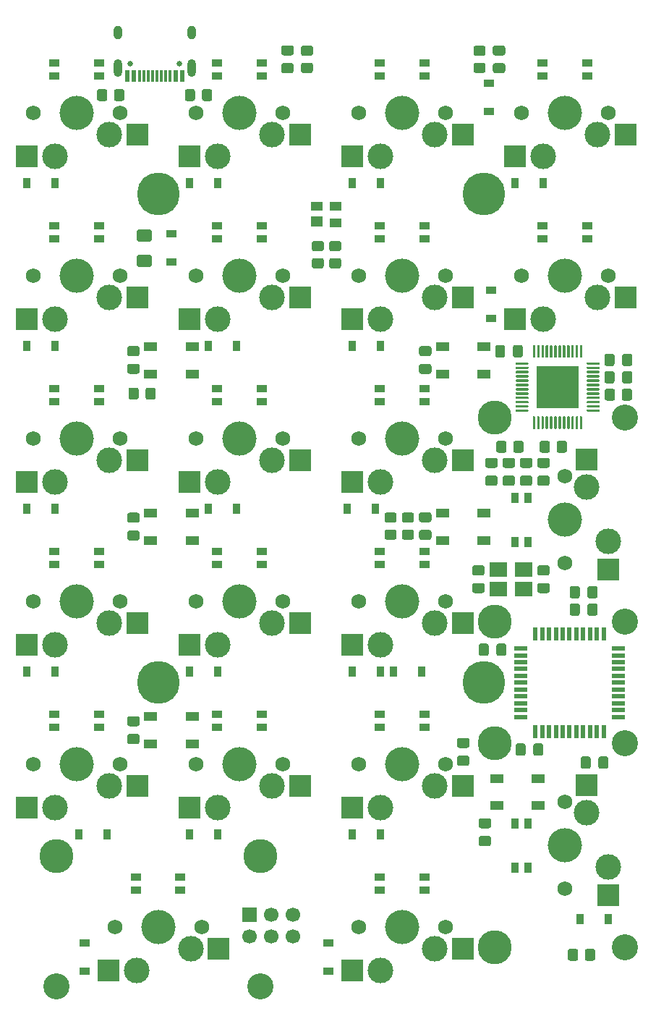
<source format=gbs>
G04 #@! TF.GenerationSoftware,KiCad,Pcbnew,(5.1.10)-1*
G04 #@! TF.CreationDate,2021-06-25T21:48:55+02:00*
G04 #@! TF.ProjectId,tfk21-avr,74666b32-312d-4617-9672-2e6b69636164,A*
G04 #@! TF.SameCoordinates,Original*
G04 #@! TF.FileFunction,Soldermask,Bot*
G04 #@! TF.FilePolarity,Negative*
%FSLAX46Y46*%
G04 Gerber Fmt 4.6, Leading zero omitted, Abs format (unit mm)*
G04 Created by KiCad (PCBNEW (5.1.10)-1) date 2021-06-25 21:48:55*
%MOMM*%
%LPD*%
G01*
G04 APERTURE LIST*
%ADD10R,0.600000X1.450000*%
%ADD11R,0.300000X1.450000*%
%ADD12O,1.000000X2.100000*%
%ADD13C,0.650000*%
%ADD14O,1.000000X1.600000*%
%ADD15R,2.500000X2.550000*%
%ADD16C,1.750000*%
%ADD17C,4.000000*%
%ADD18C,3.000000*%
%ADD19R,2.550000X2.500000*%
%ADD20R,1.190000X0.900000*%
%ADD21R,0.900000X1.190000*%
%ADD22C,3.987800*%
%ADD23C,3.048000*%
%ADD24C,5.000000*%
%ADD25R,1.500000X1.000000*%
%ADD26R,0.550000X1.500000*%
%ADD27R,1.500000X0.550000*%
%ADD28R,2.100000X1.800000*%
%ADD29R,5.000000X5.000000*%
%ADD30R,1.700000X1.700000*%
%ADD31C,1.700000*%
%ADD32R,0.900000X1.200000*%
%ADD33R,1.200000X0.900000*%
%ADD34R,1.400000X1.000000*%
%ADD35R,1.400000X1.200000*%
G04 APERTURE END LIST*
D10*
X129059375Y-44129375D03*
X128259375Y-44129375D03*
X123359375Y-44129375D03*
X122559375Y-44129375D03*
X122559375Y-44129375D03*
X123359375Y-44129375D03*
X128259375Y-44129375D03*
X129059375Y-44129375D03*
D11*
X124059375Y-44129375D03*
X124559375Y-44129375D03*
X125059375Y-44129375D03*
X126059375Y-44129375D03*
X126559375Y-44129375D03*
X127059375Y-44129375D03*
X127559375Y-44129375D03*
X125559375Y-44129375D03*
D12*
X130129375Y-43214375D03*
X121489375Y-43214375D03*
D13*
X122919375Y-42684375D03*
D14*
X121489375Y-39034375D03*
D13*
X128699375Y-42684375D03*
D14*
X130129375Y-39034375D03*
D15*
X178911250Y-139985750D03*
X176371250Y-127058750D03*
D16*
X173831250Y-139223750D03*
X173831250Y-129063750D03*
D17*
X173831250Y-134143750D03*
D18*
X178911250Y-136683750D03*
X176371250Y-130333750D03*
D19*
X120364250Y-148748750D03*
X133291250Y-146208750D03*
D16*
X121126250Y-143668750D03*
X131286250Y-143668750D03*
D17*
X126206250Y-143668750D03*
D18*
X123666250Y-148748750D03*
X130016250Y-146208750D03*
D15*
X178911250Y-101885750D03*
X176371250Y-88958750D03*
D16*
X173831250Y-101123750D03*
X173831250Y-90963750D03*
D17*
X173831250Y-96043750D03*
D18*
X178911250Y-98583750D03*
X176371250Y-92233750D03*
D20*
X119276250Y-42588750D03*
X114086250Y-44088750D03*
X114086250Y-42588750D03*
X119276250Y-44088750D03*
X138326250Y-61638750D03*
X133136250Y-63138750D03*
X133136250Y-61638750D03*
X138326250Y-63138750D03*
D21*
X168001250Y-131548750D03*
X169501250Y-136738750D03*
X168001250Y-136738750D03*
X169501250Y-131548750D03*
D20*
X157376250Y-137838750D03*
X152186250Y-139338750D03*
X152186250Y-137838750D03*
X157376250Y-139338750D03*
X128801250Y-137838750D03*
X123611250Y-139338750D03*
X123611250Y-137838750D03*
X128801250Y-139338750D03*
X157376250Y-118788750D03*
X152186250Y-120288750D03*
X152186250Y-118788750D03*
X157376250Y-120288750D03*
X138326250Y-118788750D03*
X133136250Y-120288750D03*
X133136250Y-118788750D03*
X138326250Y-120288750D03*
X119276250Y-118788750D03*
X114086250Y-120288750D03*
X114086250Y-118788750D03*
X119276250Y-120288750D03*
D21*
X168001250Y-93448750D03*
X169501250Y-98638750D03*
X168001250Y-98638750D03*
X169501250Y-93448750D03*
D20*
X157376250Y-99738750D03*
X152186250Y-101238750D03*
X152186250Y-99738750D03*
X157376250Y-101238750D03*
X138326250Y-99738750D03*
X133136250Y-101238750D03*
X133136250Y-99738750D03*
X138326250Y-101238750D03*
X119276250Y-99738750D03*
X114086250Y-101238750D03*
X114086250Y-99738750D03*
X119276250Y-101238750D03*
X157376250Y-80688750D03*
X152186250Y-82188750D03*
X152186250Y-80688750D03*
X157376250Y-82188750D03*
X138326250Y-80688750D03*
X133136250Y-82188750D03*
X133136250Y-80688750D03*
X138326250Y-82188750D03*
X119276250Y-80688750D03*
X114086250Y-82188750D03*
X114086250Y-80688750D03*
X119276250Y-82188750D03*
X176426250Y-61638750D03*
X171236250Y-63138750D03*
X171236250Y-61638750D03*
X176426250Y-63138750D03*
X157376250Y-61638750D03*
X152186250Y-63138750D03*
X152186250Y-61638750D03*
X157376250Y-63138750D03*
X119276250Y-61638750D03*
X114086250Y-63138750D03*
X114086250Y-61638750D03*
X119276250Y-63138750D03*
X176426250Y-42588750D03*
X171236250Y-44088750D03*
X171236250Y-42588750D03*
X176426250Y-44088750D03*
X157376250Y-42588750D03*
X152186250Y-44088750D03*
X152186250Y-42588750D03*
X157376250Y-44088750D03*
X138326250Y-42588750D03*
X133136250Y-44088750D03*
X133136250Y-42588750D03*
X138326250Y-44088750D03*
D19*
X148939250Y-148748750D03*
X161866250Y-146208750D03*
D16*
X149701250Y-143668750D03*
X159861250Y-143668750D03*
D17*
X154781250Y-143668750D03*
D18*
X152241250Y-148748750D03*
X158591250Y-146208750D03*
D19*
X148939250Y-129698750D03*
X161866250Y-127158750D03*
D16*
X149701250Y-124618750D03*
X159861250Y-124618750D03*
D17*
X154781250Y-124618750D03*
D18*
X152241250Y-129698750D03*
X158591250Y-127158750D03*
D19*
X129889250Y-129698750D03*
X142816250Y-127158750D03*
D16*
X130651250Y-124618750D03*
X140811250Y-124618750D03*
D17*
X135731250Y-124618750D03*
D18*
X133191250Y-129698750D03*
X139541250Y-127158750D03*
D19*
X110839250Y-129698750D03*
X123766250Y-127158750D03*
D16*
X111601250Y-124618750D03*
X121761250Y-124618750D03*
D17*
X116681250Y-124618750D03*
D18*
X114141250Y-129698750D03*
X120491250Y-127158750D03*
D19*
X148939250Y-110648750D03*
X161866250Y-108108750D03*
D16*
X149701250Y-105568750D03*
X159861250Y-105568750D03*
D17*
X154781250Y-105568750D03*
D18*
X152241250Y-110648750D03*
X158591250Y-108108750D03*
D19*
X129889250Y-110648750D03*
X142816250Y-108108750D03*
D16*
X130651250Y-105568750D03*
X140811250Y-105568750D03*
D17*
X135731250Y-105568750D03*
D18*
X133191250Y-110648750D03*
X139541250Y-108108750D03*
D19*
X110839250Y-110648750D03*
X123766250Y-108108750D03*
D16*
X111601250Y-105568750D03*
X121761250Y-105568750D03*
D17*
X116681250Y-105568750D03*
D18*
X114141250Y-110648750D03*
X120491250Y-108108750D03*
D19*
X148939250Y-91598750D03*
X161866250Y-89058750D03*
D16*
X149701250Y-86518750D03*
X159861250Y-86518750D03*
D17*
X154781250Y-86518750D03*
D18*
X152241250Y-91598750D03*
X158591250Y-89058750D03*
D19*
X129889250Y-91598750D03*
X142816250Y-89058750D03*
D16*
X130651250Y-86518750D03*
X140811250Y-86518750D03*
D17*
X135731250Y-86518750D03*
D18*
X133191250Y-91598750D03*
X139541250Y-89058750D03*
D19*
X110839250Y-91598750D03*
X123766250Y-89058750D03*
D16*
X111601250Y-86518750D03*
X121761250Y-86518750D03*
D17*
X116681250Y-86518750D03*
D18*
X114141250Y-91598750D03*
X120491250Y-89058750D03*
D19*
X167989250Y-72548750D03*
X180916250Y-70008750D03*
D16*
X168751250Y-67468750D03*
X178911250Y-67468750D03*
D17*
X173831250Y-67468750D03*
D18*
X171291250Y-72548750D03*
X177641250Y-70008750D03*
D19*
X148939250Y-72548750D03*
X161866250Y-70008750D03*
D16*
X149701250Y-67468750D03*
X159861250Y-67468750D03*
D17*
X154781250Y-67468750D03*
D18*
X152241250Y-72548750D03*
X158591250Y-70008750D03*
D19*
X129889250Y-72548750D03*
X142816250Y-70008750D03*
D16*
X130651250Y-67468750D03*
X140811250Y-67468750D03*
D17*
X135731250Y-67468750D03*
D18*
X133191250Y-72548750D03*
X139541250Y-70008750D03*
D19*
X110839250Y-72548750D03*
X123766250Y-70008750D03*
D16*
X111601250Y-67468750D03*
X121761250Y-67468750D03*
D17*
X116681250Y-67468750D03*
D18*
X114141250Y-72548750D03*
X120491250Y-70008750D03*
D19*
X167989250Y-53498750D03*
X180916250Y-50958750D03*
D16*
X168751250Y-48418750D03*
X178911250Y-48418750D03*
D17*
X173831250Y-48418750D03*
D18*
X171291250Y-53498750D03*
X177641250Y-50958750D03*
D19*
X148939250Y-53498750D03*
X161866250Y-50958750D03*
D16*
X149701250Y-48418750D03*
X159861250Y-48418750D03*
D17*
X154781250Y-48418750D03*
D18*
X152241250Y-53498750D03*
X158591250Y-50958750D03*
D19*
X129889250Y-53498750D03*
X142816250Y-50958750D03*
D16*
X130651250Y-48418750D03*
X140811250Y-48418750D03*
D17*
X135731250Y-48418750D03*
D18*
X133191250Y-53498750D03*
X139541250Y-50958750D03*
D19*
X110839250Y-53498750D03*
X123766250Y-50958750D03*
D16*
X111601250Y-48418750D03*
X121761250Y-48418750D03*
D17*
X116681250Y-48418750D03*
D18*
X114141250Y-53498750D03*
X120491250Y-50958750D03*
D22*
X138144250Y-135413750D03*
X114268250Y-135413750D03*
D23*
X138144250Y-150653750D03*
X114268250Y-150653750D03*
D22*
X165576250Y-122205750D03*
X165576250Y-146081750D03*
D23*
X180816250Y-122205750D03*
X180816250Y-146081750D03*
D22*
X165576250Y-84105750D03*
X165576250Y-107981750D03*
D23*
X180816250Y-84105750D03*
X180816250Y-107981750D03*
D24*
X164306250Y-115093750D03*
G36*
G01*
X123933000Y-80829999D02*
X123933000Y-81730001D01*
G75*
G02*
X123683001Y-81980000I-249999J0D01*
G01*
X122982999Y-81980000D01*
G75*
G02*
X122733000Y-81730001I0J249999D01*
G01*
X122733000Y-80829999D01*
G75*
G02*
X122982999Y-80580000I249999J0D01*
G01*
X123683001Y-80580000D01*
G75*
G02*
X123933000Y-80829999I0J-249999D01*
G01*
G37*
G36*
G01*
X125933000Y-80829999D02*
X125933000Y-81730001D01*
G75*
G02*
X125683001Y-81980000I-249999J0D01*
G01*
X124982999Y-81980000D01*
G75*
G02*
X124733000Y-81730001I0J249999D01*
G01*
X124733000Y-80829999D01*
G75*
G02*
X124982999Y-80580000I249999J0D01*
G01*
X125683001Y-80580000D01*
G75*
G02*
X125933000Y-80829999I0J-249999D01*
G01*
G37*
D25*
X159475000Y-98437500D03*
X159475000Y-95237500D03*
X164375000Y-98437500D03*
X164375000Y-95237500D03*
X159475000Y-78990625D03*
X159475000Y-75790625D03*
X164375000Y-78990625D03*
X164375000Y-75790625D03*
X125343750Y-78990625D03*
X125343750Y-75790625D03*
X130243750Y-78990625D03*
X130243750Y-75790625D03*
X125343750Y-98437500D03*
X125343750Y-95237500D03*
X130243750Y-98437500D03*
X130243750Y-95237500D03*
X125343750Y-122250000D03*
X125343750Y-119050000D03*
X130243750Y-122250000D03*
X130243750Y-119050000D03*
X165825000Y-129489000D03*
X165825000Y-126289000D03*
X170725000Y-129489000D03*
X170725000Y-126289000D03*
G36*
G01*
X157955000Y-96324000D02*
X157005000Y-96324000D01*
G75*
G02*
X156755000Y-96074000I0J250000D01*
G01*
X156755000Y-95399000D01*
G75*
G02*
X157005000Y-95149000I250000J0D01*
G01*
X157955000Y-95149000D01*
G75*
G02*
X158205000Y-95399000I0J-250000D01*
G01*
X158205000Y-96074000D01*
G75*
G02*
X157955000Y-96324000I-250000J0D01*
G01*
G37*
G36*
G01*
X157955000Y-98399000D02*
X157005000Y-98399000D01*
G75*
G02*
X156755000Y-98149000I0J250000D01*
G01*
X156755000Y-97474000D01*
G75*
G02*
X157005000Y-97224000I250000J0D01*
G01*
X157955000Y-97224000D01*
G75*
G02*
X158205000Y-97474000I0J-250000D01*
G01*
X158205000Y-98149000D01*
G75*
G02*
X157955000Y-98399000I-250000J0D01*
G01*
G37*
G36*
G01*
X157955000Y-76893000D02*
X157005000Y-76893000D01*
G75*
G02*
X156755000Y-76643000I0J250000D01*
G01*
X156755000Y-75968000D01*
G75*
G02*
X157005000Y-75718000I250000J0D01*
G01*
X157955000Y-75718000D01*
G75*
G02*
X158205000Y-75968000I0J-250000D01*
G01*
X158205000Y-76643000D01*
G75*
G02*
X157955000Y-76893000I-250000J0D01*
G01*
G37*
G36*
G01*
X157955000Y-78968000D02*
X157005000Y-78968000D01*
G75*
G02*
X156755000Y-78718000I0J250000D01*
G01*
X156755000Y-78043000D01*
G75*
G02*
X157005000Y-77793000I250000J0D01*
G01*
X157955000Y-77793000D01*
G75*
G02*
X158205000Y-78043000I0J-250000D01*
G01*
X158205000Y-78718000D01*
G75*
G02*
X157955000Y-78968000I-250000J0D01*
G01*
G37*
G36*
G01*
X123792000Y-76893000D02*
X122842000Y-76893000D01*
G75*
G02*
X122592000Y-76643000I0J250000D01*
G01*
X122592000Y-75968000D01*
G75*
G02*
X122842000Y-75718000I250000J0D01*
G01*
X123792000Y-75718000D01*
G75*
G02*
X124042000Y-75968000I0J-250000D01*
G01*
X124042000Y-76643000D01*
G75*
G02*
X123792000Y-76893000I-250000J0D01*
G01*
G37*
G36*
G01*
X123792000Y-78968000D02*
X122842000Y-78968000D01*
G75*
G02*
X122592000Y-78718000I0J250000D01*
G01*
X122592000Y-78043000D01*
G75*
G02*
X122842000Y-77793000I250000J0D01*
G01*
X123792000Y-77793000D01*
G75*
G02*
X124042000Y-78043000I0J-250000D01*
G01*
X124042000Y-78718000D01*
G75*
G02*
X123792000Y-78968000I-250000J0D01*
G01*
G37*
G36*
G01*
X123792000Y-96387500D02*
X122842000Y-96387500D01*
G75*
G02*
X122592000Y-96137500I0J250000D01*
G01*
X122592000Y-95462500D01*
G75*
G02*
X122842000Y-95212500I250000J0D01*
G01*
X123792000Y-95212500D01*
G75*
G02*
X124042000Y-95462500I0J-250000D01*
G01*
X124042000Y-96137500D01*
G75*
G02*
X123792000Y-96387500I-250000J0D01*
G01*
G37*
G36*
G01*
X123792000Y-98462500D02*
X122842000Y-98462500D01*
G75*
G02*
X122592000Y-98212500I0J250000D01*
G01*
X122592000Y-97537500D01*
G75*
G02*
X122842000Y-97287500I250000J0D01*
G01*
X123792000Y-97287500D01*
G75*
G02*
X124042000Y-97537500I0J-250000D01*
G01*
X124042000Y-98212500D01*
G75*
G02*
X123792000Y-98462500I-250000J0D01*
G01*
G37*
G36*
G01*
X123792000Y-120200000D02*
X122842000Y-120200000D01*
G75*
G02*
X122592000Y-119950000I0J250000D01*
G01*
X122592000Y-119275000D01*
G75*
G02*
X122842000Y-119025000I250000J0D01*
G01*
X123792000Y-119025000D01*
G75*
G02*
X124042000Y-119275000I0J-250000D01*
G01*
X124042000Y-119950000D01*
G75*
G02*
X123792000Y-120200000I-250000J0D01*
G01*
G37*
G36*
G01*
X123792000Y-122275000D02*
X122842000Y-122275000D01*
G75*
G02*
X122592000Y-122025000I0J250000D01*
G01*
X122592000Y-121350000D01*
G75*
G02*
X122842000Y-121100000I250000J0D01*
G01*
X123792000Y-121100000D01*
G75*
G02*
X124042000Y-121350000I0J-250000D01*
G01*
X124042000Y-122025000D01*
G75*
G02*
X123792000Y-122275000I-250000J0D01*
G01*
G37*
G36*
G01*
X163990000Y-133038000D02*
X164940000Y-133038000D01*
G75*
G02*
X165190000Y-133288000I0J-250000D01*
G01*
X165190000Y-133963000D01*
G75*
G02*
X164940000Y-134213000I-250000J0D01*
G01*
X163990000Y-134213000D01*
G75*
G02*
X163740000Y-133963000I0J250000D01*
G01*
X163740000Y-133288000D01*
G75*
G02*
X163990000Y-133038000I250000J0D01*
G01*
G37*
G36*
G01*
X163990000Y-130963000D02*
X164940000Y-130963000D01*
G75*
G02*
X165190000Y-131213000I0J-250000D01*
G01*
X165190000Y-131888000D01*
G75*
G02*
X164940000Y-132138000I-250000J0D01*
G01*
X163990000Y-132138000D01*
G75*
G02*
X163740000Y-131888000I0J250000D01*
G01*
X163740000Y-131213000D01*
G75*
G02*
X163990000Y-130963000I250000J0D01*
G01*
G37*
D26*
X170371000Y-120793750D03*
X171171000Y-120793750D03*
X171971000Y-120793750D03*
X172771000Y-120793750D03*
X173571000Y-120793750D03*
X174371000Y-120793750D03*
X175171000Y-120793750D03*
X175971000Y-120793750D03*
X176771000Y-120793750D03*
X177571000Y-120793750D03*
X178371000Y-120793750D03*
D27*
X180071000Y-119093750D03*
X180071000Y-118293750D03*
X180071000Y-117493750D03*
X180071000Y-116693750D03*
X180071000Y-115893750D03*
X180071000Y-115093750D03*
X180071000Y-114293750D03*
X180071000Y-113493750D03*
X180071000Y-112693750D03*
X180071000Y-111893750D03*
X180071000Y-111093750D03*
D26*
X178371000Y-109393750D03*
X177571000Y-109393750D03*
X176771000Y-109393750D03*
X175971000Y-109393750D03*
X175171000Y-109393750D03*
X174371000Y-109393750D03*
X173571000Y-109393750D03*
X172771000Y-109393750D03*
X171971000Y-109393750D03*
X171171000Y-109393750D03*
X170371000Y-109393750D03*
D27*
X168671000Y-111093750D03*
X168671000Y-111893750D03*
X168671000Y-112693750D03*
X168671000Y-113493750D03*
X168671000Y-114293750D03*
X168671000Y-115093750D03*
X168671000Y-115893750D03*
X168671000Y-116693750D03*
X168671000Y-117493750D03*
X168671000Y-118293750D03*
X168671000Y-119093750D03*
D24*
X126206250Y-115093750D03*
D28*
X168963000Y-101847000D03*
X166063000Y-101847000D03*
X166063000Y-104147000D03*
X168963000Y-104147000D03*
D29*
X172974000Y-80518000D03*
G36*
G01*
X170074000Y-85343000D02*
X170074000Y-84018000D01*
G75*
G02*
X170149000Y-83943000I75000J0D01*
G01*
X170299000Y-83943000D01*
G75*
G02*
X170374000Y-84018000I0J-75000D01*
G01*
X170374000Y-85343000D01*
G75*
G02*
X170299000Y-85418000I-75000J0D01*
G01*
X170149000Y-85418000D01*
G75*
G02*
X170074000Y-85343000I0J75000D01*
G01*
G37*
G36*
G01*
X170574000Y-85343000D02*
X170574000Y-84018000D01*
G75*
G02*
X170649000Y-83943000I75000J0D01*
G01*
X170799000Y-83943000D01*
G75*
G02*
X170874000Y-84018000I0J-75000D01*
G01*
X170874000Y-85343000D01*
G75*
G02*
X170799000Y-85418000I-75000J0D01*
G01*
X170649000Y-85418000D01*
G75*
G02*
X170574000Y-85343000I0J75000D01*
G01*
G37*
G36*
G01*
X171074000Y-85343000D02*
X171074000Y-84018000D01*
G75*
G02*
X171149000Y-83943000I75000J0D01*
G01*
X171299000Y-83943000D01*
G75*
G02*
X171374000Y-84018000I0J-75000D01*
G01*
X171374000Y-85343000D01*
G75*
G02*
X171299000Y-85418000I-75000J0D01*
G01*
X171149000Y-85418000D01*
G75*
G02*
X171074000Y-85343000I0J75000D01*
G01*
G37*
G36*
G01*
X171574000Y-85343000D02*
X171574000Y-84018000D01*
G75*
G02*
X171649000Y-83943000I75000J0D01*
G01*
X171799000Y-83943000D01*
G75*
G02*
X171874000Y-84018000I0J-75000D01*
G01*
X171874000Y-85343000D01*
G75*
G02*
X171799000Y-85418000I-75000J0D01*
G01*
X171649000Y-85418000D01*
G75*
G02*
X171574000Y-85343000I0J75000D01*
G01*
G37*
G36*
G01*
X172074000Y-85343000D02*
X172074000Y-84018000D01*
G75*
G02*
X172149000Y-83943000I75000J0D01*
G01*
X172299000Y-83943000D01*
G75*
G02*
X172374000Y-84018000I0J-75000D01*
G01*
X172374000Y-85343000D01*
G75*
G02*
X172299000Y-85418000I-75000J0D01*
G01*
X172149000Y-85418000D01*
G75*
G02*
X172074000Y-85343000I0J75000D01*
G01*
G37*
G36*
G01*
X172574000Y-85343000D02*
X172574000Y-84018000D01*
G75*
G02*
X172649000Y-83943000I75000J0D01*
G01*
X172799000Y-83943000D01*
G75*
G02*
X172874000Y-84018000I0J-75000D01*
G01*
X172874000Y-85343000D01*
G75*
G02*
X172799000Y-85418000I-75000J0D01*
G01*
X172649000Y-85418000D01*
G75*
G02*
X172574000Y-85343000I0J75000D01*
G01*
G37*
G36*
G01*
X173074000Y-85343000D02*
X173074000Y-84018000D01*
G75*
G02*
X173149000Y-83943000I75000J0D01*
G01*
X173299000Y-83943000D01*
G75*
G02*
X173374000Y-84018000I0J-75000D01*
G01*
X173374000Y-85343000D01*
G75*
G02*
X173299000Y-85418000I-75000J0D01*
G01*
X173149000Y-85418000D01*
G75*
G02*
X173074000Y-85343000I0J75000D01*
G01*
G37*
G36*
G01*
X173574000Y-85343000D02*
X173574000Y-84018000D01*
G75*
G02*
X173649000Y-83943000I75000J0D01*
G01*
X173799000Y-83943000D01*
G75*
G02*
X173874000Y-84018000I0J-75000D01*
G01*
X173874000Y-85343000D01*
G75*
G02*
X173799000Y-85418000I-75000J0D01*
G01*
X173649000Y-85418000D01*
G75*
G02*
X173574000Y-85343000I0J75000D01*
G01*
G37*
G36*
G01*
X174074000Y-85343000D02*
X174074000Y-84018000D01*
G75*
G02*
X174149000Y-83943000I75000J0D01*
G01*
X174299000Y-83943000D01*
G75*
G02*
X174374000Y-84018000I0J-75000D01*
G01*
X174374000Y-85343000D01*
G75*
G02*
X174299000Y-85418000I-75000J0D01*
G01*
X174149000Y-85418000D01*
G75*
G02*
X174074000Y-85343000I0J75000D01*
G01*
G37*
G36*
G01*
X174574000Y-85343000D02*
X174574000Y-84018000D01*
G75*
G02*
X174649000Y-83943000I75000J0D01*
G01*
X174799000Y-83943000D01*
G75*
G02*
X174874000Y-84018000I0J-75000D01*
G01*
X174874000Y-85343000D01*
G75*
G02*
X174799000Y-85418000I-75000J0D01*
G01*
X174649000Y-85418000D01*
G75*
G02*
X174574000Y-85343000I0J75000D01*
G01*
G37*
G36*
G01*
X175074000Y-85343000D02*
X175074000Y-84018000D01*
G75*
G02*
X175149000Y-83943000I75000J0D01*
G01*
X175299000Y-83943000D01*
G75*
G02*
X175374000Y-84018000I0J-75000D01*
G01*
X175374000Y-85343000D01*
G75*
G02*
X175299000Y-85418000I-75000J0D01*
G01*
X175149000Y-85418000D01*
G75*
G02*
X175074000Y-85343000I0J75000D01*
G01*
G37*
G36*
G01*
X175574000Y-85343000D02*
X175574000Y-84018000D01*
G75*
G02*
X175649000Y-83943000I75000J0D01*
G01*
X175799000Y-83943000D01*
G75*
G02*
X175874000Y-84018000I0J-75000D01*
G01*
X175874000Y-85343000D01*
G75*
G02*
X175799000Y-85418000I-75000J0D01*
G01*
X175649000Y-85418000D01*
G75*
G02*
X175574000Y-85343000I0J75000D01*
G01*
G37*
G36*
G01*
X176399000Y-83343000D02*
X176399000Y-83193000D01*
G75*
G02*
X176474000Y-83118000I75000J0D01*
G01*
X177799000Y-83118000D01*
G75*
G02*
X177874000Y-83193000I0J-75000D01*
G01*
X177874000Y-83343000D01*
G75*
G02*
X177799000Y-83418000I-75000J0D01*
G01*
X176474000Y-83418000D01*
G75*
G02*
X176399000Y-83343000I0J75000D01*
G01*
G37*
G36*
G01*
X176399000Y-82843000D02*
X176399000Y-82693000D01*
G75*
G02*
X176474000Y-82618000I75000J0D01*
G01*
X177799000Y-82618000D01*
G75*
G02*
X177874000Y-82693000I0J-75000D01*
G01*
X177874000Y-82843000D01*
G75*
G02*
X177799000Y-82918000I-75000J0D01*
G01*
X176474000Y-82918000D01*
G75*
G02*
X176399000Y-82843000I0J75000D01*
G01*
G37*
G36*
G01*
X176399000Y-82343000D02*
X176399000Y-82193000D01*
G75*
G02*
X176474000Y-82118000I75000J0D01*
G01*
X177799000Y-82118000D01*
G75*
G02*
X177874000Y-82193000I0J-75000D01*
G01*
X177874000Y-82343000D01*
G75*
G02*
X177799000Y-82418000I-75000J0D01*
G01*
X176474000Y-82418000D01*
G75*
G02*
X176399000Y-82343000I0J75000D01*
G01*
G37*
G36*
G01*
X176399000Y-81843000D02*
X176399000Y-81693000D01*
G75*
G02*
X176474000Y-81618000I75000J0D01*
G01*
X177799000Y-81618000D01*
G75*
G02*
X177874000Y-81693000I0J-75000D01*
G01*
X177874000Y-81843000D01*
G75*
G02*
X177799000Y-81918000I-75000J0D01*
G01*
X176474000Y-81918000D01*
G75*
G02*
X176399000Y-81843000I0J75000D01*
G01*
G37*
G36*
G01*
X176399000Y-81343000D02*
X176399000Y-81193000D01*
G75*
G02*
X176474000Y-81118000I75000J0D01*
G01*
X177799000Y-81118000D01*
G75*
G02*
X177874000Y-81193000I0J-75000D01*
G01*
X177874000Y-81343000D01*
G75*
G02*
X177799000Y-81418000I-75000J0D01*
G01*
X176474000Y-81418000D01*
G75*
G02*
X176399000Y-81343000I0J75000D01*
G01*
G37*
G36*
G01*
X176399000Y-80843000D02*
X176399000Y-80693000D01*
G75*
G02*
X176474000Y-80618000I75000J0D01*
G01*
X177799000Y-80618000D01*
G75*
G02*
X177874000Y-80693000I0J-75000D01*
G01*
X177874000Y-80843000D01*
G75*
G02*
X177799000Y-80918000I-75000J0D01*
G01*
X176474000Y-80918000D01*
G75*
G02*
X176399000Y-80843000I0J75000D01*
G01*
G37*
G36*
G01*
X176399000Y-80343000D02*
X176399000Y-80193000D01*
G75*
G02*
X176474000Y-80118000I75000J0D01*
G01*
X177799000Y-80118000D01*
G75*
G02*
X177874000Y-80193000I0J-75000D01*
G01*
X177874000Y-80343000D01*
G75*
G02*
X177799000Y-80418000I-75000J0D01*
G01*
X176474000Y-80418000D01*
G75*
G02*
X176399000Y-80343000I0J75000D01*
G01*
G37*
G36*
G01*
X176399000Y-79843000D02*
X176399000Y-79693000D01*
G75*
G02*
X176474000Y-79618000I75000J0D01*
G01*
X177799000Y-79618000D01*
G75*
G02*
X177874000Y-79693000I0J-75000D01*
G01*
X177874000Y-79843000D01*
G75*
G02*
X177799000Y-79918000I-75000J0D01*
G01*
X176474000Y-79918000D01*
G75*
G02*
X176399000Y-79843000I0J75000D01*
G01*
G37*
G36*
G01*
X176399000Y-79343000D02*
X176399000Y-79193000D01*
G75*
G02*
X176474000Y-79118000I75000J0D01*
G01*
X177799000Y-79118000D01*
G75*
G02*
X177874000Y-79193000I0J-75000D01*
G01*
X177874000Y-79343000D01*
G75*
G02*
X177799000Y-79418000I-75000J0D01*
G01*
X176474000Y-79418000D01*
G75*
G02*
X176399000Y-79343000I0J75000D01*
G01*
G37*
G36*
G01*
X176399000Y-78843000D02*
X176399000Y-78693000D01*
G75*
G02*
X176474000Y-78618000I75000J0D01*
G01*
X177799000Y-78618000D01*
G75*
G02*
X177874000Y-78693000I0J-75000D01*
G01*
X177874000Y-78843000D01*
G75*
G02*
X177799000Y-78918000I-75000J0D01*
G01*
X176474000Y-78918000D01*
G75*
G02*
X176399000Y-78843000I0J75000D01*
G01*
G37*
G36*
G01*
X176399000Y-78343000D02*
X176399000Y-78193000D01*
G75*
G02*
X176474000Y-78118000I75000J0D01*
G01*
X177799000Y-78118000D01*
G75*
G02*
X177874000Y-78193000I0J-75000D01*
G01*
X177874000Y-78343000D01*
G75*
G02*
X177799000Y-78418000I-75000J0D01*
G01*
X176474000Y-78418000D01*
G75*
G02*
X176399000Y-78343000I0J75000D01*
G01*
G37*
G36*
G01*
X176399000Y-77843000D02*
X176399000Y-77693000D01*
G75*
G02*
X176474000Y-77618000I75000J0D01*
G01*
X177799000Y-77618000D01*
G75*
G02*
X177874000Y-77693000I0J-75000D01*
G01*
X177874000Y-77843000D01*
G75*
G02*
X177799000Y-77918000I-75000J0D01*
G01*
X176474000Y-77918000D01*
G75*
G02*
X176399000Y-77843000I0J75000D01*
G01*
G37*
G36*
G01*
X175574000Y-77018000D02*
X175574000Y-75693000D01*
G75*
G02*
X175649000Y-75618000I75000J0D01*
G01*
X175799000Y-75618000D01*
G75*
G02*
X175874000Y-75693000I0J-75000D01*
G01*
X175874000Y-77018000D01*
G75*
G02*
X175799000Y-77093000I-75000J0D01*
G01*
X175649000Y-77093000D01*
G75*
G02*
X175574000Y-77018000I0J75000D01*
G01*
G37*
G36*
G01*
X175074000Y-77018000D02*
X175074000Y-75693000D01*
G75*
G02*
X175149000Y-75618000I75000J0D01*
G01*
X175299000Y-75618000D01*
G75*
G02*
X175374000Y-75693000I0J-75000D01*
G01*
X175374000Y-77018000D01*
G75*
G02*
X175299000Y-77093000I-75000J0D01*
G01*
X175149000Y-77093000D01*
G75*
G02*
X175074000Y-77018000I0J75000D01*
G01*
G37*
G36*
G01*
X174574000Y-77018000D02*
X174574000Y-75693000D01*
G75*
G02*
X174649000Y-75618000I75000J0D01*
G01*
X174799000Y-75618000D01*
G75*
G02*
X174874000Y-75693000I0J-75000D01*
G01*
X174874000Y-77018000D01*
G75*
G02*
X174799000Y-77093000I-75000J0D01*
G01*
X174649000Y-77093000D01*
G75*
G02*
X174574000Y-77018000I0J75000D01*
G01*
G37*
G36*
G01*
X174074000Y-77018000D02*
X174074000Y-75693000D01*
G75*
G02*
X174149000Y-75618000I75000J0D01*
G01*
X174299000Y-75618000D01*
G75*
G02*
X174374000Y-75693000I0J-75000D01*
G01*
X174374000Y-77018000D01*
G75*
G02*
X174299000Y-77093000I-75000J0D01*
G01*
X174149000Y-77093000D01*
G75*
G02*
X174074000Y-77018000I0J75000D01*
G01*
G37*
G36*
G01*
X173574000Y-77018000D02*
X173574000Y-75693000D01*
G75*
G02*
X173649000Y-75618000I75000J0D01*
G01*
X173799000Y-75618000D01*
G75*
G02*
X173874000Y-75693000I0J-75000D01*
G01*
X173874000Y-77018000D01*
G75*
G02*
X173799000Y-77093000I-75000J0D01*
G01*
X173649000Y-77093000D01*
G75*
G02*
X173574000Y-77018000I0J75000D01*
G01*
G37*
G36*
G01*
X173074000Y-77018000D02*
X173074000Y-75693000D01*
G75*
G02*
X173149000Y-75618000I75000J0D01*
G01*
X173299000Y-75618000D01*
G75*
G02*
X173374000Y-75693000I0J-75000D01*
G01*
X173374000Y-77018000D01*
G75*
G02*
X173299000Y-77093000I-75000J0D01*
G01*
X173149000Y-77093000D01*
G75*
G02*
X173074000Y-77018000I0J75000D01*
G01*
G37*
G36*
G01*
X172574000Y-77018000D02*
X172574000Y-75693000D01*
G75*
G02*
X172649000Y-75618000I75000J0D01*
G01*
X172799000Y-75618000D01*
G75*
G02*
X172874000Y-75693000I0J-75000D01*
G01*
X172874000Y-77018000D01*
G75*
G02*
X172799000Y-77093000I-75000J0D01*
G01*
X172649000Y-77093000D01*
G75*
G02*
X172574000Y-77018000I0J75000D01*
G01*
G37*
G36*
G01*
X172074000Y-77018000D02*
X172074000Y-75693000D01*
G75*
G02*
X172149000Y-75618000I75000J0D01*
G01*
X172299000Y-75618000D01*
G75*
G02*
X172374000Y-75693000I0J-75000D01*
G01*
X172374000Y-77018000D01*
G75*
G02*
X172299000Y-77093000I-75000J0D01*
G01*
X172149000Y-77093000D01*
G75*
G02*
X172074000Y-77018000I0J75000D01*
G01*
G37*
G36*
G01*
X171574000Y-77018000D02*
X171574000Y-75693000D01*
G75*
G02*
X171649000Y-75618000I75000J0D01*
G01*
X171799000Y-75618000D01*
G75*
G02*
X171874000Y-75693000I0J-75000D01*
G01*
X171874000Y-77018000D01*
G75*
G02*
X171799000Y-77093000I-75000J0D01*
G01*
X171649000Y-77093000D01*
G75*
G02*
X171574000Y-77018000I0J75000D01*
G01*
G37*
G36*
G01*
X171074000Y-77018000D02*
X171074000Y-75693000D01*
G75*
G02*
X171149000Y-75618000I75000J0D01*
G01*
X171299000Y-75618000D01*
G75*
G02*
X171374000Y-75693000I0J-75000D01*
G01*
X171374000Y-77018000D01*
G75*
G02*
X171299000Y-77093000I-75000J0D01*
G01*
X171149000Y-77093000D01*
G75*
G02*
X171074000Y-77018000I0J75000D01*
G01*
G37*
G36*
G01*
X170574000Y-77018000D02*
X170574000Y-75693000D01*
G75*
G02*
X170649000Y-75618000I75000J0D01*
G01*
X170799000Y-75618000D01*
G75*
G02*
X170874000Y-75693000I0J-75000D01*
G01*
X170874000Y-77018000D01*
G75*
G02*
X170799000Y-77093000I-75000J0D01*
G01*
X170649000Y-77093000D01*
G75*
G02*
X170574000Y-77018000I0J75000D01*
G01*
G37*
G36*
G01*
X170074000Y-77018000D02*
X170074000Y-75693000D01*
G75*
G02*
X170149000Y-75618000I75000J0D01*
G01*
X170299000Y-75618000D01*
G75*
G02*
X170374000Y-75693000I0J-75000D01*
G01*
X170374000Y-77018000D01*
G75*
G02*
X170299000Y-77093000I-75000J0D01*
G01*
X170149000Y-77093000D01*
G75*
G02*
X170074000Y-77018000I0J75000D01*
G01*
G37*
G36*
G01*
X168074000Y-77843000D02*
X168074000Y-77693000D01*
G75*
G02*
X168149000Y-77618000I75000J0D01*
G01*
X169474000Y-77618000D01*
G75*
G02*
X169549000Y-77693000I0J-75000D01*
G01*
X169549000Y-77843000D01*
G75*
G02*
X169474000Y-77918000I-75000J0D01*
G01*
X168149000Y-77918000D01*
G75*
G02*
X168074000Y-77843000I0J75000D01*
G01*
G37*
G36*
G01*
X168074000Y-78343000D02*
X168074000Y-78193000D01*
G75*
G02*
X168149000Y-78118000I75000J0D01*
G01*
X169474000Y-78118000D01*
G75*
G02*
X169549000Y-78193000I0J-75000D01*
G01*
X169549000Y-78343000D01*
G75*
G02*
X169474000Y-78418000I-75000J0D01*
G01*
X168149000Y-78418000D01*
G75*
G02*
X168074000Y-78343000I0J75000D01*
G01*
G37*
G36*
G01*
X168074000Y-78843000D02*
X168074000Y-78693000D01*
G75*
G02*
X168149000Y-78618000I75000J0D01*
G01*
X169474000Y-78618000D01*
G75*
G02*
X169549000Y-78693000I0J-75000D01*
G01*
X169549000Y-78843000D01*
G75*
G02*
X169474000Y-78918000I-75000J0D01*
G01*
X168149000Y-78918000D01*
G75*
G02*
X168074000Y-78843000I0J75000D01*
G01*
G37*
G36*
G01*
X168074000Y-79343000D02*
X168074000Y-79193000D01*
G75*
G02*
X168149000Y-79118000I75000J0D01*
G01*
X169474000Y-79118000D01*
G75*
G02*
X169549000Y-79193000I0J-75000D01*
G01*
X169549000Y-79343000D01*
G75*
G02*
X169474000Y-79418000I-75000J0D01*
G01*
X168149000Y-79418000D01*
G75*
G02*
X168074000Y-79343000I0J75000D01*
G01*
G37*
G36*
G01*
X168074000Y-79843000D02*
X168074000Y-79693000D01*
G75*
G02*
X168149000Y-79618000I75000J0D01*
G01*
X169474000Y-79618000D01*
G75*
G02*
X169549000Y-79693000I0J-75000D01*
G01*
X169549000Y-79843000D01*
G75*
G02*
X169474000Y-79918000I-75000J0D01*
G01*
X168149000Y-79918000D01*
G75*
G02*
X168074000Y-79843000I0J75000D01*
G01*
G37*
G36*
G01*
X168074000Y-80343000D02*
X168074000Y-80193000D01*
G75*
G02*
X168149000Y-80118000I75000J0D01*
G01*
X169474000Y-80118000D01*
G75*
G02*
X169549000Y-80193000I0J-75000D01*
G01*
X169549000Y-80343000D01*
G75*
G02*
X169474000Y-80418000I-75000J0D01*
G01*
X168149000Y-80418000D01*
G75*
G02*
X168074000Y-80343000I0J75000D01*
G01*
G37*
G36*
G01*
X168074000Y-80843000D02*
X168074000Y-80693000D01*
G75*
G02*
X168149000Y-80618000I75000J0D01*
G01*
X169474000Y-80618000D01*
G75*
G02*
X169549000Y-80693000I0J-75000D01*
G01*
X169549000Y-80843000D01*
G75*
G02*
X169474000Y-80918000I-75000J0D01*
G01*
X168149000Y-80918000D01*
G75*
G02*
X168074000Y-80843000I0J75000D01*
G01*
G37*
G36*
G01*
X168074000Y-81343000D02*
X168074000Y-81193000D01*
G75*
G02*
X168149000Y-81118000I75000J0D01*
G01*
X169474000Y-81118000D01*
G75*
G02*
X169549000Y-81193000I0J-75000D01*
G01*
X169549000Y-81343000D01*
G75*
G02*
X169474000Y-81418000I-75000J0D01*
G01*
X168149000Y-81418000D01*
G75*
G02*
X168074000Y-81343000I0J75000D01*
G01*
G37*
G36*
G01*
X168074000Y-81843000D02*
X168074000Y-81693000D01*
G75*
G02*
X168149000Y-81618000I75000J0D01*
G01*
X169474000Y-81618000D01*
G75*
G02*
X169549000Y-81693000I0J-75000D01*
G01*
X169549000Y-81843000D01*
G75*
G02*
X169474000Y-81918000I-75000J0D01*
G01*
X168149000Y-81918000D01*
G75*
G02*
X168074000Y-81843000I0J75000D01*
G01*
G37*
G36*
G01*
X168074000Y-82343000D02*
X168074000Y-82193000D01*
G75*
G02*
X168149000Y-82118000I75000J0D01*
G01*
X169474000Y-82118000D01*
G75*
G02*
X169549000Y-82193000I0J-75000D01*
G01*
X169549000Y-82343000D01*
G75*
G02*
X169474000Y-82418000I-75000J0D01*
G01*
X168149000Y-82418000D01*
G75*
G02*
X168074000Y-82343000I0J75000D01*
G01*
G37*
G36*
G01*
X168074000Y-82843000D02*
X168074000Y-82693000D01*
G75*
G02*
X168149000Y-82618000I75000J0D01*
G01*
X169474000Y-82618000D01*
G75*
G02*
X169549000Y-82693000I0J-75000D01*
G01*
X169549000Y-82843000D01*
G75*
G02*
X169474000Y-82918000I-75000J0D01*
G01*
X168149000Y-82918000D01*
G75*
G02*
X168074000Y-82843000I0J75000D01*
G01*
G37*
G36*
G01*
X168074000Y-83343000D02*
X168074000Y-83193000D01*
G75*
G02*
X168149000Y-83118000I75000J0D01*
G01*
X169474000Y-83118000D01*
G75*
G02*
X169549000Y-83193000I0J-75000D01*
G01*
X169549000Y-83343000D01*
G75*
G02*
X169474000Y-83418000I-75000J0D01*
G01*
X168149000Y-83418000D01*
G75*
G02*
X168074000Y-83343000I0J75000D01*
G01*
G37*
G36*
G01*
X179686000Y-80956999D02*
X179686000Y-81857001D01*
G75*
G02*
X179436001Y-82107000I-249999J0D01*
G01*
X178735999Y-82107000D01*
G75*
G02*
X178486000Y-81857001I0J249999D01*
G01*
X178486000Y-80956999D01*
G75*
G02*
X178735999Y-80707000I249999J0D01*
G01*
X179436001Y-80707000D01*
G75*
G02*
X179686000Y-80956999I0J-249999D01*
G01*
G37*
G36*
G01*
X181686000Y-80956999D02*
X181686000Y-81857001D01*
G75*
G02*
X181436001Y-82107000I-249999J0D01*
G01*
X180735999Y-82107000D01*
G75*
G02*
X180486000Y-81857001I0J249999D01*
G01*
X180486000Y-80956999D01*
G75*
G02*
X180735999Y-80707000I249999J0D01*
G01*
X181436001Y-80707000D01*
G75*
G02*
X181686000Y-80956999I0J-249999D01*
G01*
G37*
G36*
G01*
X153866001Y-96374000D02*
X152965999Y-96374000D01*
G75*
G02*
X152716000Y-96124001I0J249999D01*
G01*
X152716000Y-95423999D01*
G75*
G02*
X152965999Y-95174000I249999J0D01*
G01*
X153866001Y-95174000D01*
G75*
G02*
X154116000Y-95423999I0J-249999D01*
G01*
X154116000Y-96124001D01*
G75*
G02*
X153866001Y-96374000I-249999J0D01*
G01*
G37*
G36*
G01*
X153866001Y-98374000D02*
X152965999Y-98374000D01*
G75*
G02*
X152716000Y-98124001I0J249999D01*
G01*
X152716000Y-97423999D01*
G75*
G02*
X152965999Y-97174000I249999J0D01*
G01*
X153866001Y-97174000D01*
G75*
G02*
X154116000Y-97423999I0J-249999D01*
G01*
X154116000Y-98124001D01*
G75*
G02*
X153866001Y-98374000I-249999J0D01*
G01*
G37*
G36*
G01*
X172066000Y-87052999D02*
X172066000Y-87953001D01*
G75*
G02*
X171816001Y-88203000I-249999J0D01*
G01*
X171115999Y-88203000D01*
G75*
G02*
X170866000Y-87953001I0J249999D01*
G01*
X170866000Y-87052999D01*
G75*
G02*
X171115999Y-86803000I249999J0D01*
G01*
X171816001Y-86803000D01*
G75*
G02*
X172066000Y-87052999I0J-249999D01*
G01*
G37*
G36*
G01*
X174066000Y-87052999D02*
X174066000Y-87953001D01*
G75*
G02*
X173816001Y-88203000I-249999J0D01*
G01*
X173115999Y-88203000D01*
G75*
G02*
X172866000Y-87953001I0J249999D01*
G01*
X172866000Y-87052999D01*
G75*
G02*
X173115999Y-86803000I249999J0D01*
G01*
X173816001Y-86803000D01*
G75*
G02*
X174066000Y-87052999I0J-249999D01*
G01*
G37*
G36*
G01*
X167786000Y-87953001D02*
X167786000Y-87052999D01*
G75*
G02*
X168035999Y-86803000I249999J0D01*
G01*
X168736001Y-86803000D01*
G75*
G02*
X168986000Y-87052999I0J-249999D01*
G01*
X168986000Y-87953001D01*
G75*
G02*
X168736001Y-88203000I-249999J0D01*
G01*
X168035999Y-88203000D01*
G75*
G02*
X167786000Y-87953001I0J249999D01*
G01*
G37*
G36*
G01*
X165786000Y-87953001D02*
X165786000Y-87052999D01*
G75*
G02*
X166035999Y-86803000I249999J0D01*
G01*
X166736001Y-86803000D01*
G75*
G02*
X166986000Y-87052999I0J-249999D01*
G01*
X166986000Y-87953001D01*
G75*
G02*
X166736001Y-88203000I-249999J0D01*
G01*
X166035999Y-88203000D01*
G75*
G02*
X165786000Y-87953001I0J249999D01*
G01*
G37*
G36*
G01*
X155898001Y-96374000D02*
X154997999Y-96374000D01*
G75*
G02*
X154748000Y-96124001I0J249999D01*
G01*
X154748000Y-95423999D01*
G75*
G02*
X154997999Y-95174000I249999J0D01*
G01*
X155898001Y-95174000D01*
G75*
G02*
X156148000Y-95423999I0J-249999D01*
G01*
X156148000Y-96124001D01*
G75*
G02*
X155898001Y-96374000I-249999J0D01*
G01*
G37*
G36*
G01*
X155898001Y-98374000D02*
X154997999Y-98374000D01*
G75*
G02*
X154748000Y-98124001I0J249999D01*
G01*
X154748000Y-97423999D01*
G75*
G02*
X154997999Y-97174000I249999J0D01*
G01*
X155898001Y-97174000D01*
G75*
G02*
X156148000Y-97423999I0J-249999D01*
G01*
X156148000Y-98124001D01*
G75*
G02*
X155898001Y-98374000I-249999J0D01*
G01*
G37*
G36*
G01*
X164280001Y-41764000D02*
X163379999Y-41764000D01*
G75*
G02*
X163130000Y-41514001I0J249999D01*
G01*
X163130000Y-40813999D01*
G75*
G02*
X163379999Y-40564000I249999J0D01*
G01*
X164280001Y-40564000D01*
G75*
G02*
X164530000Y-40813999I0J-249999D01*
G01*
X164530000Y-41514001D01*
G75*
G02*
X164280001Y-41764000I-249999J0D01*
G01*
G37*
G36*
G01*
X164280001Y-43764000D02*
X163379999Y-43764000D01*
G75*
G02*
X163130000Y-43514001I0J249999D01*
G01*
X163130000Y-42813999D01*
G75*
G02*
X163379999Y-42564000I249999J0D01*
G01*
X164280001Y-42564000D01*
G75*
G02*
X164530000Y-42813999I0J-249999D01*
G01*
X164530000Y-43514001D01*
G75*
G02*
X164280001Y-43764000I-249999J0D01*
G01*
G37*
G36*
G01*
X176168000Y-147389001D02*
X176168000Y-146488999D01*
G75*
G02*
X176417999Y-146239000I249999J0D01*
G01*
X177118001Y-146239000D01*
G75*
G02*
X177368000Y-146488999I0J-249999D01*
G01*
X177368000Y-147389001D01*
G75*
G02*
X177118001Y-147639000I-249999J0D01*
G01*
X176417999Y-147639000D01*
G75*
G02*
X176168000Y-147389001I0J249999D01*
G01*
G37*
G36*
G01*
X174168000Y-147389001D02*
X174168000Y-146488999D01*
G75*
G02*
X174417999Y-146239000I249999J0D01*
G01*
X175118001Y-146239000D01*
G75*
G02*
X175368000Y-146488999I0J-249999D01*
G01*
X175368000Y-147389001D01*
G75*
G02*
X175118001Y-147639000I-249999J0D01*
G01*
X174417999Y-147639000D01*
G75*
G02*
X174168000Y-147389001I0J249999D01*
G01*
G37*
G36*
G01*
X144456999Y-65424000D02*
X145357001Y-65424000D01*
G75*
G02*
X145607000Y-65673999I0J-249999D01*
G01*
X145607000Y-66374001D01*
G75*
G02*
X145357001Y-66624000I-249999J0D01*
G01*
X144456999Y-66624000D01*
G75*
G02*
X144207000Y-66374001I0J249999D01*
G01*
X144207000Y-65673999D01*
G75*
G02*
X144456999Y-65424000I249999J0D01*
G01*
G37*
G36*
G01*
X144456999Y-63424000D02*
X145357001Y-63424000D01*
G75*
G02*
X145607000Y-63673999I0J-249999D01*
G01*
X145607000Y-64374001D01*
G75*
G02*
X145357001Y-64624000I-249999J0D01*
G01*
X144456999Y-64624000D01*
G75*
G02*
X144207000Y-64374001I0J249999D01*
G01*
X144207000Y-63673999D01*
G75*
G02*
X144456999Y-63424000I249999J0D01*
G01*
G37*
G36*
G01*
X146488999Y-65424000D02*
X147389001Y-65424000D01*
G75*
G02*
X147639000Y-65673999I0J-249999D01*
G01*
X147639000Y-66374001D01*
G75*
G02*
X147389001Y-66624000I-249999J0D01*
G01*
X146488999Y-66624000D01*
G75*
G02*
X146239000Y-66374001I0J249999D01*
G01*
X146239000Y-65673999D01*
G75*
G02*
X146488999Y-65424000I249999J0D01*
G01*
G37*
G36*
G01*
X146488999Y-63424000D02*
X147389001Y-63424000D01*
G75*
G02*
X147639000Y-63673999I0J-249999D01*
G01*
X147639000Y-64374001D01*
G75*
G02*
X147389001Y-64624000I-249999J0D01*
G01*
X146488999Y-64624000D01*
G75*
G02*
X146239000Y-64374001I0J249999D01*
G01*
X146239000Y-63673999D01*
G75*
G02*
X146488999Y-63424000I249999J0D01*
G01*
G37*
G36*
G01*
X143186999Y-42564000D02*
X144087001Y-42564000D01*
G75*
G02*
X144337000Y-42813999I0J-249999D01*
G01*
X144337000Y-43514001D01*
G75*
G02*
X144087001Y-43764000I-249999J0D01*
G01*
X143186999Y-43764000D01*
G75*
G02*
X142937000Y-43514001I0J249999D01*
G01*
X142937000Y-42813999D01*
G75*
G02*
X143186999Y-42564000I249999J0D01*
G01*
G37*
G36*
G01*
X143186999Y-40564000D02*
X144087001Y-40564000D01*
G75*
G02*
X144337000Y-40813999I0J-249999D01*
G01*
X144337000Y-41514001D01*
G75*
G02*
X144087001Y-41764000I-249999J0D01*
G01*
X143186999Y-41764000D01*
G75*
G02*
X142937000Y-41514001I0J249999D01*
G01*
X142937000Y-40813999D01*
G75*
G02*
X143186999Y-40564000I249999J0D01*
G01*
G37*
G36*
G01*
X131337000Y-46805001D02*
X131337000Y-45904999D01*
G75*
G02*
X131586999Y-45655000I249999J0D01*
G01*
X132287001Y-45655000D01*
G75*
G02*
X132537000Y-45904999I0J-249999D01*
G01*
X132537000Y-46805001D01*
G75*
G02*
X132287001Y-47055000I-249999J0D01*
G01*
X131586999Y-47055000D01*
G75*
G02*
X131337000Y-46805001I0J249999D01*
G01*
G37*
G36*
G01*
X129337000Y-46805001D02*
X129337000Y-45904999D01*
G75*
G02*
X129586999Y-45655000I249999J0D01*
G01*
X130287001Y-45655000D01*
G75*
G02*
X130537000Y-45904999I0J-249999D01*
G01*
X130537000Y-46805001D01*
G75*
G02*
X130287001Y-47055000I-249999J0D01*
G01*
X129586999Y-47055000D01*
G75*
G02*
X129337000Y-46805001I0J249999D01*
G01*
G37*
G36*
G01*
X121050000Y-46805001D02*
X121050000Y-45904999D01*
G75*
G02*
X121299999Y-45655000I249999J0D01*
G01*
X122000001Y-45655000D01*
G75*
G02*
X122250000Y-45904999I0J-249999D01*
G01*
X122250000Y-46805001D01*
G75*
G02*
X122000001Y-47055000I-249999J0D01*
G01*
X121299999Y-47055000D01*
G75*
G02*
X121050000Y-46805001I0J249999D01*
G01*
G37*
G36*
G01*
X119050000Y-46805001D02*
X119050000Y-45904999D01*
G75*
G02*
X119299999Y-45655000I249999J0D01*
G01*
X120000001Y-45655000D01*
G75*
G02*
X120250000Y-45904999I0J-249999D01*
G01*
X120250000Y-46805001D01*
G75*
G02*
X120000001Y-47055000I-249999J0D01*
G01*
X119299999Y-47055000D01*
G75*
G02*
X119050000Y-46805001I0J249999D01*
G01*
G37*
D30*
X136906000Y-142240000D03*
D31*
X136906000Y-144780000D03*
X139446000Y-142240000D03*
X139446000Y-144780000D03*
X141986000Y-142240000D03*
X141986000Y-144780000D03*
D24*
X164306250Y-57943750D03*
X126206250Y-57943750D03*
G36*
G01*
X125212000Y-63487000D02*
X123962000Y-63487000D01*
G75*
G02*
X123712000Y-63237000I0J250000D01*
G01*
X123712000Y-62312000D01*
G75*
G02*
X123962000Y-62062000I250000J0D01*
G01*
X125212000Y-62062000D01*
G75*
G02*
X125462000Y-62312000I0J-250000D01*
G01*
X125462000Y-63237000D01*
G75*
G02*
X125212000Y-63487000I-250000J0D01*
G01*
G37*
G36*
G01*
X125212000Y-66462000D02*
X123962000Y-66462000D01*
G75*
G02*
X123712000Y-66212000I0J250000D01*
G01*
X123712000Y-65287000D01*
G75*
G02*
X123962000Y-65037000I250000J0D01*
G01*
X125212000Y-65037000D01*
G75*
G02*
X125462000Y-65287000I0J-250000D01*
G01*
X125462000Y-66212000D01*
G75*
G02*
X125212000Y-66462000I-250000J0D01*
G01*
G37*
D32*
X178942000Y-142748000D03*
X175642000Y-142748000D03*
D33*
X146177000Y-148843000D03*
X146177000Y-145543000D03*
X117602000Y-148843000D03*
X117602000Y-145543000D03*
D32*
X148972000Y-132842000D03*
X152272000Y-132842000D03*
X129922000Y-132842000D03*
X133222000Y-132842000D03*
X116968000Y-132842000D03*
X120268000Y-132842000D03*
X157098000Y-113792000D03*
X153798000Y-113792000D03*
X148972000Y-113792000D03*
X152272000Y-113792000D03*
X129922000Y-113792000D03*
X133222000Y-113792000D03*
X110872000Y-113792000D03*
X114172000Y-113792000D03*
X148368750Y-94742000D03*
X151668750Y-94742000D03*
X132081000Y-94742000D03*
X135381000Y-94742000D03*
X110872000Y-94742000D03*
X114172000Y-94742000D03*
D33*
X165227000Y-69216000D03*
X165227000Y-72516000D03*
D32*
X148972000Y-75692000D03*
X152272000Y-75692000D03*
X132081000Y-75692000D03*
X135381000Y-75692000D03*
X110872000Y-75692000D03*
X114172000Y-75692000D03*
X168022000Y-56642000D03*
X171322000Y-56642000D03*
X148972000Y-56642000D03*
X152272000Y-56642000D03*
X129922000Y-56642000D03*
X133222000Y-56642000D03*
X110872000Y-56642000D03*
X114172000Y-56642000D03*
D33*
X164973000Y-48259000D03*
X164973000Y-44959000D03*
D34*
X147023000Y-61275000D03*
X147023000Y-59375000D03*
X144823000Y-59375000D03*
D35*
X144823000Y-61095000D03*
D33*
X127762000Y-62612000D03*
X127762000Y-65912000D03*
G36*
G01*
X169766000Y-89974000D02*
X168816000Y-89974000D01*
G75*
G02*
X168566000Y-89724000I0J250000D01*
G01*
X168566000Y-89049000D01*
G75*
G02*
X168816000Y-88799000I250000J0D01*
G01*
X169766000Y-88799000D01*
G75*
G02*
X170016000Y-89049000I0J-250000D01*
G01*
X170016000Y-89724000D01*
G75*
G02*
X169766000Y-89974000I-250000J0D01*
G01*
G37*
G36*
G01*
X169766000Y-92049000D02*
X168816000Y-92049000D01*
G75*
G02*
X168566000Y-91799000I0J250000D01*
G01*
X168566000Y-91124000D01*
G75*
G02*
X168816000Y-90874000I250000J0D01*
G01*
X169766000Y-90874000D01*
G75*
G02*
X170016000Y-91124000I0J-250000D01*
G01*
X170016000Y-91799000D01*
G75*
G02*
X169766000Y-92049000I-250000J0D01*
G01*
G37*
G36*
G01*
X170848000Y-90874000D02*
X171798000Y-90874000D01*
G75*
G02*
X172048000Y-91124000I0J-250000D01*
G01*
X172048000Y-91799000D01*
G75*
G02*
X171798000Y-92049000I-250000J0D01*
G01*
X170848000Y-92049000D01*
G75*
G02*
X170598000Y-91799000I0J250000D01*
G01*
X170598000Y-91124000D01*
G75*
G02*
X170848000Y-90874000I250000J0D01*
G01*
G37*
G36*
G01*
X170848000Y-88799000D02*
X171798000Y-88799000D01*
G75*
G02*
X172048000Y-89049000I0J-250000D01*
G01*
X172048000Y-89724000D01*
G75*
G02*
X171798000Y-89974000I-250000J0D01*
G01*
X170848000Y-89974000D01*
G75*
G02*
X170598000Y-89724000I0J250000D01*
G01*
X170598000Y-89049000D01*
G75*
G02*
X170848000Y-88799000I250000J0D01*
G01*
G37*
G36*
G01*
X180536000Y-79850000D02*
X180536000Y-78900000D01*
G75*
G02*
X180786000Y-78650000I250000J0D01*
G01*
X181461000Y-78650000D01*
G75*
G02*
X181711000Y-78900000I0J-250000D01*
G01*
X181711000Y-79850000D01*
G75*
G02*
X181461000Y-80100000I-250000J0D01*
G01*
X180786000Y-80100000D01*
G75*
G02*
X180536000Y-79850000I0J250000D01*
G01*
G37*
G36*
G01*
X178461000Y-79850000D02*
X178461000Y-78900000D01*
G75*
G02*
X178711000Y-78650000I250000J0D01*
G01*
X179386000Y-78650000D01*
G75*
G02*
X179636000Y-78900000I0J-250000D01*
G01*
X179636000Y-79850000D01*
G75*
G02*
X179386000Y-80100000I-250000J0D01*
G01*
X178711000Y-80100000D01*
G75*
G02*
X178461000Y-79850000I0J250000D01*
G01*
G37*
G36*
G01*
X180536000Y-77818000D02*
X180536000Y-76868000D01*
G75*
G02*
X180786000Y-76618000I250000J0D01*
G01*
X181461000Y-76618000D01*
G75*
G02*
X181711000Y-76868000I0J-250000D01*
G01*
X181711000Y-77818000D01*
G75*
G02*
X181461000Y-78068000I-250000J0D01*
G01*
X180786000Y-78068000D01*
G75*
G02*
X180536000Y-77818000I0J250000D01*
G01*
G37*
G36*
G01*
X178461000Y-77818000D02*
X178461000Y-76868000D01*
G75*
G02*
X178711000Y-76618000I250000J0D01*
G01*
X179386000Y-76618000D01*
G75*
G02*
X179636000Y-76868000I0J-250000D01*
G01*
X179636000Y-77818000D01*
G75*
G02*
X179386000Y-78068000I-250000J0D01*
G01*
X178711000Y-78068000D01*
G75*
G02*
X178461000Y-77818000I0J250000D01*
G01*
G37*
G36*
G01*
X166834400Y-75852000D02*
X166834400Y-76802000D01*
G75*
G02*
X166584400Y-77052000I-250000J0D01*
G01*
X165909400Y-77052000D01*
G75*
G02*
X165659400Y-76802000I0J250000D01*
G01*
X165659400Y-75852000D01*
G75*
G02*
X165909400Y-75602000I250000J0D01*
G01*
X166584400Y-75602000D01*
G75*
G02*
X166834400Y-75852000I0J-250000D01*
G01*
G37*
G36*
G01*
X168909400Y-75852000D02*
X168909400Y-76802000D01*
G75*
G02*
X168659400Y-77052000I-250000J0D01*
G01*
X167984400Y-77052000D01*
G75*
G02*
X167734400Y-76802000I0J250000D01*
G01*
X167734400Y-75852000D01*
G75*
G02*
X167984400Y-75602000I250000J0D01*
G01*
X168659400Y-75602000D01*
G75*
G02*
X168909400Y-75852000I0J-250000D01*
G01*
G37*
G36*
G01*
X166784000Y-90874000D02*
X167734000Y-90874000D01*
G75*
G02*
X167984000Y-91124000I0J-250000D01*
G01*
X167984000Y-91799000D01*
G75*
G02*
X167734000Y-92049000I-250000J0D01*
G01*
X166784000Y-92049000D01*
G75*
G02*
X166534000Y-91799000I0J250000D01*
G01*
X166534000Y-91124000D01*
G75*
G02*
X166784000Y-90874000I250000J0D01*
G01*
G37*
G36*
G01*
X166784000Y-88799000D02*
X167734000Y-88799000D01*
G75*
G02*
X167984000Y-89049000I0J-250000D01*
G01*
X167984000Y-89724000D01*
G75*
G02*
X167734000Y-89974000I-250000J0D01*
G01*
X166784000Y-89974000D01*
G75*
G02*
X166534000Y-89724000I0J250000D01*
G01*
X166534000Y-89049000D01*
G75*
G02*
X166784000Y-88799000I250000J0D01*
G01*
G37*
G36*
G01*
X164752000Y-90874000D02*
X165702000Y-90874000D01*
G75*
G02*
X165952000Y-91124000I0J-250000D01*
G01*
X165952000Y-91799000D01*
G75*
G02*
X165702000Y-92049000I-250000J0D01*
G01*
X164752000Y-92049000D01*
G75*
G02*
X164502000Y-91799000I0J250000D01*
G01*
X164502000Y-91124000D01*
G75*
G02*
X164752000Y-90874000I250000J0D01*
G01*
G37*
G36*
G01*
X164752000Y-88799000D02*
X165702000Y-88799000D01*
G75*
G02*
X165952000Y-89049000I0J-250000D01*
G01*
X165952000Y-89724000D01*
G75*
G02*
X165702000Y-89974000I-250000J0D01*
G01*
X164752000Y-89974000D01*
G75*
G02*
X164502000Y-89724000I0J250000D01*
G01*
X164502000Y-89049000D01*
G75*
G02*
X164752000Y-88799000I250000J0D01*
G01*
G37*
G36*
G01*
X163228000Y-103447000D02*
X164178000Y-103447000D01*
G75*
G02*
X164428000Y-103697000I0J-250000D01*
G01*
X164428000Y-104372000D01*
G75*
G02*
X164178000Y-104622000I-250000J0D01*
G01*
X163228000Y-104622000D01*
G75*
G02*
X162978000Y-104372000I0J250000D01*
G01*
X162978000Y-103697000D01*
G75*
G02*
X163228000Y-103447000I250000J0D01*
G01*
G37*
G36*
G01*
X163228000Y-101372000D02*
X164178000Y-101372000D01*
G75*
G02*
X164428000Y-101622000I0J-250000D01*
G01*
X164428000Y-102297000D01*
G75*
G02*
X164178000Y-102547000I-250000J0D01*
G01*
X163228000Y-102547000D01*
G75*
G02*
X162978000Y-102297000I0J250000D01*
G01*
X162978000Y-101622000D01*
G75*
G02*
X163228000Y-101372000I250000J0D01*
G01*
G37*
G36*
G01*
X170848000Y-103447000D02*
X171798000Y-103447000D01*
G75*
G02*
X172048000Y-103697000I0J-250000D01*
G01*
X172048000Y-104372000D01*
G75*
G02*
X171798000Y-104622000I-250000J0D01*
G01*
X170848000Y-104622000D01*
G75*
G02*
X170598000Y-104372000I0J250000D01*
G01*
X170598000Y-103697000D01*
G75*
G02*
X170848000Y-103447000I250000J0D01*
G01*
G37*
G36*
G01*
X170848000Y-101372000D02*
X171798000Y-101372000D01*
G75*
G02*
X172048000Y-101622000I0J-250000D01*
G01*
X172048000Y-102297000D01*
G75*
G02*
X171798000Y-102547000I-250000J0D01*
G01*
X170848000Y-102547000D01*
G75*
G02*
X170598000Y-102297000I0J250000D01*
G01*
X170598000Y-101622000D01*
G75*
G02*
X170848000Y-101372000I250000J0D01*
G01*
G37*
G36*
G01*
X166591000Y-41714000D02*
X165641000Y-41714000D01*
G75*
G02*
X165391000Y-41464000I0J250000D01*
G01*
X165391000Y-40789000D01*
G75*
G02*
X165641000Y-40539000I250000J0D01*
G01*
X166591000Y-40539000D01*
G75*
G02*
X166841000Y-40789000I0J-250000D01*
G01*
X166841000Y-41464000D01*
G75*
G02*
X166591000Y-41714000I-250000J0D01*
G01*
G37*
G36*
G01*
X166591000Y-43789000D02*
X165641000Y-43789000D01*
G75*
G02*
X165391000Y-43539000I0J250000D01*
G01*
X165391000Y-42864000D01*
G75*
G02*
X165641000Y-42614000I250000J0D01*
G01*
X166591000Y-42614000D01*
G75*
G02*
X166841000Y-42864000I0J-250000D01*
G01*
X166841000Y-43539000D01*
G75*
G02*
X166591000Y-43789000I-250000J0D01*
G01*
G37*
G36*
G01*
X164904000Y-110777000D02*
X164904000Y-111727000D01*
G75*
G02*
X164654000Y-111977000I-250000J0D01*
G01*
X163979000Y-111977000D01*
G75*
G02*
X163729000Y-111727000I0J250000D01*
G01*
X163729000Y-110777000D01*
G75*
G02*
X163979000Y-110527000I250000J0D01*
G01*
X164654000Y-110527000D01*
G75*
G02*
X164904000Y-110777000I0J-250000D01*
G01*
G37*
G36*
G01*
X166979000Y-110777000D02*
X166979000Y-111727000D01*
G75*
G02*
X166729000Y-111977000I-250000J0D01*
G01*
X166054000Y-111977000D01*
G75*
G02*
X165804000Y-111727000I0J250000D01*
G01*
X165804000Y-110777000D01*
G75*
G02*
X166054000Y-110527000I250000J0D01*
G01*
X166729000Y-110527000D01*
G75*
G02*
X166979000Y-110777000I0J-250000D01*
G01*
G37*
G36*
G01*
X140876000Y-42614000D02*
X141826000Y-42614000D01*
G75*
G02*
X142076000Y-42864000I0J-250000D01*
G01*
X142076000Y-43539000D01*
G75*
G02*
X141826000Y-43789000I-250000J0D01*
G01*
X140876000Y-43789000D01*
G75*
G02*
X140626000Y-43539000I0J250000D01*
G01*
X140626000Y-42864000D01*
G75*
G02*
X140876000Y-42614000I250000J0D01*
G01*
G37*
G36*
G01*
X140876000Y-40539000D02*
X141826000Y-40539000D01*
G75*
G02*
X142076000Y-40789000I0J-250000D01*
G01*
X142076000Y-41464000D01*
G75*
G02*
X141826000Y-41714000I-250000J0D01*
G01*
X140876000Y-41714000D01*
G75*
G02*
X140626000Y-41464000I0J250000D01*
G01*
X140626000Y-40789000D01*
G75*
G02*
X140876000Y-40539000I250000J0D01*
G01*
G37*
G36*
G01*
X162400000Y-122740000D02*
X161450000Y-122740000D01*
G75*
G02*
X161200000Y-122490000I0J250000D01*
G01*
X161200000Y-121815000D01*
G75*
G02*
X161450000Y-121565000I250000J0D01*
G01*
X162400000Y-121565000D01*
G75*
G02*
X162650000Y-121815000I0J-250000D01*
G01*
X162650000Y-122490000D01*
G75*
G02*
X162400000Y-122740000I-250000J0D01*
G01*
G37*
G36*
G01*
X162400000Y-124815000D02*
X161450000Y-124815000D01*
G75*
G02*
X161200000Y-124565000I0J250000D01*
G01*
X161200000Y-123890000D01*
G75*
G02*
X161450000Y-123640000I250000J0D01*
G01*
X162400000Y-123640000D01*
G75*
G02*
X162650000Y-123890000I0J-250000D01*
G01*
X162650000Y-124565000D01*
G75*
G02*
X162400000Y-124815000I-250000J0D01*
G01*
G37*
G36*
G01*
X176842000Y-123985000D02*
X176842000Y-124935000D01*
G75*
G02*
X176592000Y-125185000I-250000J0D01*
G01*
X175917000Y-125185000D01*
G75*
G02*
X175667000Y-124935000I0J250000D01*
G01*
X175667000Y-123985000D01*
G75*
G02*
X175917000Y-123735000I250000J0D01*
G01*
X176592000Y-123735000D01*
G75*
G02*
X176842000Y-123985000I0J-250000D01*
G01*
G37*
G36*
G01*
X178917000Y-123985000D02*
X178917000Y-124935000D01*
G75*
G02*
X178667000Y-125185000I-250000J0D01*
G01*
X177992000Y-125185000D01*
G75*
G02*
X177742000Y-124935000I0J250000D01*
G01*
X177742000Y-123985000D01*
G75*
G02*
X177992000Y-123735000I250000J0D01*
G01*
X178667000Y-123735000D01*
G75*
G02*
X178917000Y-123985000I0J-250000D01*
G01*
G37*
G36*
G01*
X170122000Y-123411000D02*
X170122000Y-122461000D01*
G75*
G02*
X170372000Y-122211000I250000J0D01*
G01*
X171047000Y-122211000D01*
G75*
G02*
X171297000Y-122461000I0J-250000D01*
G01*
X171297000Y-123411000D01*
G75*
G02*
X171047000Y-123661000I-250000J0D01*
G01*
X170372000Y-123661000D01*
G75*
G02*
X170122000Y-123411000I0J250000D01*
G01*
G37*
G36*
G01*
X168047000Y-123411000D02*
X168047000Y-122461000D01*
G75*
G02*
X168297000Y-122211000I250000J0D01*
G01*
X168972000Y-122211000D01*
G75*
G02*
X169222000Y-122461000I0J-250000D01*
G01*
X169222000Y-123411000D01*
G75*
G02*
X168972000Y-123661000I-250000J0D01*
G01*
X168297000Y-123661000D01*
G75*
G02*
X168047000Y-123411000I0J250000D01*
G01*
G37*
G36*
G01*
X175572000Y-106078000D02*
X175572000Y-107028000D01*
G75*
G02*
X175322000Y-107278000I-250000J0D01*
G01*
X174647000Y-107278000D01*
G75*
G02*
X174397000Y-107028000I0J250000D01*
G01*
X174397000Y-106078000D01*
G75*
G02*
X174647000Y-105828000I250000J0D01*
G01*
X175322000Y-105828000D01*
G75*
G02*
X175572000Y-106078000I0J-250000D01*
G01*
G37*
G36*
G01*
X177647000Y-106078000D02*
X177647000Y-107028000D01*
G75*
G02*
X177397000Y-107278000I-250000J0D01*
G01*
X176722000Y-107278000D01*
G75*
G02*
X176472000Y-107028000I0J250000D01*
G01*
X176472000Y-106078000D01*
G75*
G02*
X176722000Y-105828000I250000J0D01*
G01*
X177397000Y-105828000D01*
G75*
G02*
X177647000Y-106078000I0J-250000D01*
G01*
G37*
G36*
G01*
X175572000Y-104046000D02*
X175572000Y-104996000D01*
G75*
G02*
X175322000Y-105246000I-250000J0D01*
G01*
X174647000Y-105246000D01*
G75*
G02*
X174397000Y-104996000I0J250000D01*
G01*
X174397000Y-104046000D01*
G75*
G02*
X174647000Y-103796000I250000J0D01*
G01*
X175322000Y-103796000D01*
G75*
G02*
X175572000Y-104046000I0J-250000D01*
G01*
G37*
G36*
G01*
X177647000Y-104046000D02*
X177647000Y-104996000D01*
G75*
G02*
X177397000Y-105246000I-250000J0D01*
G01*
X176722000Y-105246000D01*
G75*
G02*
X176472000Y-104996000I0J250000D01*
G01*
X176472000Y-104046000D01*
G75*
G02*
X176722000Y-103796000I250000J0D01*
G01*
X177397000Y-103796000D01*
G75*
G02*
X177647000Y-104046000I0J-250000D01*
G01*
G37*
M02*

</source>
